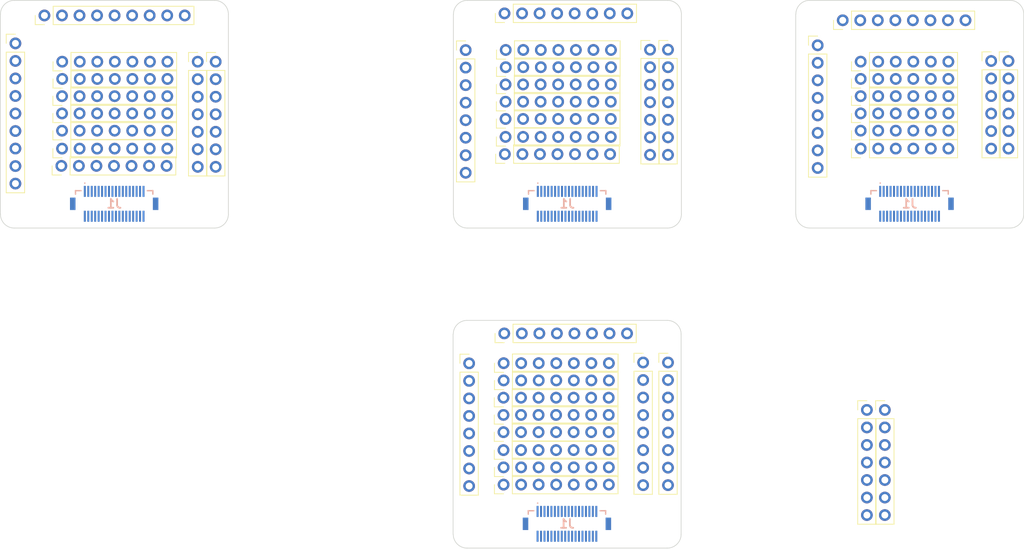
<source format=kicad_pcb>
(kicad_pcb (version 20211014) (generator pcbnew)
  (layers (0 "F.Cu" signal) (31 "B.Cu" signal) (34 "B.Paste" user) (35 "F.Paste" user) (36 "B.SilkS" user "B.Silkscreen") (37 "F.SilkS" user "F.Silkscreen") (38 "B.Mask" user) (39 "F.Mask" user) (44 "Edge.Cuts" user))
  (net 0 "")
  (net 2 "GND")
  (net 4 "+3V3")
  (net 6 "SCL")
  (net 7 "SDA")
  (net 8 "MISO")
  (net 9 "MOSI")
  (net 11 "SCK")
  (net 13 "TXD")
  (net 14 "ADC1.5T")
  (net 15 "RXD")
  (net 16 "ADC1.4T")
  (net 17 "ADC1.7")
  (net 18 "RESET")
  (net 19 "ADC1.1")
  (net 20 "PB")
  (net 21 "ADC1.6")
  (net 23 "ADC1.3")
  (net 24 "ADC1.2")
  (net 27 "+5V")
  (footprint "Connector_PinHeader_2.54mm:PinHeader_1x06_P2.54mm_Vertical" (layer "F.Cu") (at 251.1 47.995786 90)
    (fp_text reference "REF**" hide)
    (fp_text value "PinHeader_1x06_P2.54mm_Vertical" hide)
    (pad "1" thru_hole circle (at 0 0 90) (size 1.7 1.7) (drill 1) (layers *.Cu *.Mask))
    (pad "2" thru_hole oval (at 0 2.54 90) (size 1.7 1.7) (drill 1) (layers *.Cu *.Mask))
    (pad "3" thru_hole oval (at 0 5.08 90) (size 1.7 1.7) (drill 1) (layers *.Cu *.Mask))
    (pad "4" thru_hole oval (at 0 7.62 90) (size 1.7 1.7) (drill 1) (layers *.Cu *.Mask))
    (pad "5" thru_hole oval (at 0 10.16 90) (size 1.7 1.7) (drill 1) (layers *.Cu *.Mask))
    (pad "6" thru_hole oval (at 0 12.7 90) (size 1.7 1.7) (drill 1) (layers *.Cu *.Mask))
  )
  (footprint "" (layer "F.Cu") (at 243.7 60.1)
    (fp_text reference "" (at 0 0) (layer "F.SilkS") (effects (font (size 1.27 1.27))))
    (fp_text value "" (at 0 0) (layer "F.SilkS") (effects (font (size 1.27 1.27))))
    (pad "" np_thru_hole circle locked (at 0 0) (size 2.2 2.2) (drill 2.2) (layers *.Cu *.Mask))
  )
  (footprint "Connector_PinHeader_2.54mm:PinHeader_1x07_P2.54mm_Vertical" (layer "F.Cu") (at 157.7 38)
    (fp_text reference "REF**" hide)
    (fp_text value "PinHeader_1x07_P2.54mm_Vertical" hide)
    (pad "1" thru_hole circle (at 0 0) (size 1.7 1.7) (drill 1) (layers *.Cu *.Mask))
    (pad "2" thru_hole oval (at 0 2.54) (size 1.7 1.7) (drill 1) (layers *.Cu *.Mask))
    (pad "3" thru_hole oval (at 0 5.08) (size 1.7 1.7) (drill 1) (layers *.Cu *.Mask))
    (pad "4" thru_hole oval (at 0 7.62) (size 1.7 1.7) (drill 1) (layers *.Cu *.Mask))
    (pad "5" thru_hole oval (at 0 10.16) (size 1.7 1.7) (drill 1) (layers *.Cu *.Mask))
    (pad "6" thru_hole oval (at 0 12.7) (size 1.7 1.7) (drill 1) (layers *.Cu *.Mask))
    (pad "7" thru_hole oval (at 0 15.24) (size 1.7 1.7) (drill 1) (layers *.Cu *.Mask))
  )
  (footprint "Connector_PinHeader_2.54mm:PinHeader_1x07_P2.54mm_Vertical" (layer "F.Cu") (at 199.675 48.9 90)
    (fp_text reference "REF**" hide)
    (fp_text value "PinHeader_1x07_P2.54mm_Vertical" hide)
    (pad "1" thru_hole circle (at 0 0 90) (size 1.7 1.7) (drill 1) (layers *.Cu *.Mask))
    (pad "2" thru_hole oval (at 0 2.54 90) (size 1.7 1.7) (drill 1) (layers *.Cu *.Mask))
    (pad "3" thru_hole oval (at 0 5.08 90) (size 1.7 1.7) (drill 1) (layers *.Cu *.Mask))
    (pad "4" thru_hole oval (at 0 7.62 90) (size 1.7 1.7) (drill 1) (layers *.Cu *.Mask))
    (pad "5" thru_hole oval (at 0 10.16 90) (size 1.7 1.7) (drill 1) (layers *.Cu *.Mask))
    (pad "6" thru_hole oval (at 0 12.7 90) (size 1.7 1.7) (drill 1) (layers *.Cu *.Mask))
    (pad "7" thru_hole oval (at 0 15.24 90) (size 1.7 1.7) (drill 1) (layers *.Cu *.Mask))
  )
  (footprint "Connector_PinHeader_2.54mm:PinHeader_1x07_P2.54mm_Vertical" (layer "F.Cu") (at 254.6 88.475)
    (fp_text reference "REF**" hide)
    (fp_text value "PinHeader_1x07_P2.54mm_Vertical" hide)
    (pad "1" thru_hole circle (at 0 0) (size 1.7 1.7) (drill 1) (layers *.Cu *.Mask))
    (pad "2" thru_hole oval (at 0 2.54) (size 1.7 1.7) (drill 1) (layers *.Cu *.Mask))
    (pad "3" thru_hole oval (at 0 5.08) (size 1.7 1.7) (drill 1) (layers *.Cu *.Mask))
    (pad "4" thru_hole oval (at 0 7.62) (size 1.7 1.7) (drill 1) (layers *.Cu *.Mask))
    (pad "5" thru_hole oval (at 0 10.16) (size 1.7 1.7) (drill 1) (layers *.Cu *.Mask))
    (pad "6" thru_hole oval (at 0 12.7) (size 1.7 1.7) (drill 1) (layers *.Cu *.Mask))
    (pad "7" thru_hole oval (at 0 15.24) (size 1.7 1.7) (drill 1) (layers *.Cu *.Mask))
  )
  (footprint "Connector_PinHeader_2.54mm:PinHeader_1x08_P2.54mm_Vertical" (layer "F.Cu") (at 248.5 32 90)
    (fp_text reference "7" hide)
    (fp_text value "PinHeader_1x08_P2.54mm_Vertical" hide)
    (pad "1" thru_hole circle (at 0 0 90) (size 1.7 1.7) (drill 1) (layers *.Cu *.Mask))
    (pad "2" thru_hole oval (at 0 2.54 90) (size 1.7 1.7) (drill 1) (layers *.Cu *.Mask))
    (pad "3" thru_hole oval (at 0 5.08 90) (size 1.7 1.7) (drill 1) (layers *.Cu *.Mask))
    (pad "4" thru_hole oval (at 0 7.62 90) (size 1.7 1.7) (drill 1) (layers *.Cu *.Mask))
    (pad "5" thru_hole oval (at 0 10.16 90) (size 1.7 1.7) (drill 1) (layers *.Cu *.Mask))
    (pad "6" thru_hole oval (at 0 12.7 90) (size 1.7 1.7) (drill 1) (layers *.Cu *.Mask))
    (pad "7" thru_hole oval (at 0 15.24 90) (size 1.7 1.7) (drill 1) (layers *.Cu *.Mask))
    (pad "8" thru_hole oval (at 0 17.78 90) (size 1.7 1.7) (drill 1) (layers *.Cu *.Mask))
  )
  (footprint "Connector_PinHeader_2.54mm:PinHeader_1x07_P2.54mm_Vertical" (layer "F.Cu") (at 199.4 84.2 90)
    (fp_text reference "REF**" hide)
    (fp_text value "PinHeader_1x07_P2.54mm_Vertical" hide)
    (pad "1" thru_hole circle (at 0 0 90) (size 1.7 1.7) (drill 1) (layers *.Cu *.Mask))
    (pad "2" thru_hole oval (at 0 2.54 90) (size 1.7 1.7) (drill 1) (layers *.Cu *.Mask))
    (pad "3" thru_hole oval (at 0 5.08 90) (size 1.7 1.7) (drill 1) (layers *.Cu *.Mask))
    (pad "4" thru_hole oval (at 0 7.62 90) (size 1.7 1.7) (drill 1) (layers *.Cu *.Mask))
    (pad "5" thru_hole oval (at 0 10.16 90) (size 1.7 1.7) (drill 1) (layers *.Cu *.Mask))
    (pad "6" thru_hole oval (at 0 12.7 90) (size 1.7 1.7) (drill 1) (layers *.Cu *.Mask))
    (pad "7" thru_hole oval (at 0 15.24 90) (size 1.7 1.7) (drill 1) (layers *.Cu *.Mask))
  )
  (footprint "Connector_PinHeader_2.54mm:PinHeader_1x08_P2.54mm_Vertical" (layer "F.Cu") (at 194.4 81.725)
    (fp_text reference "7" hide)
    (fp_text value "PinHeader_1x08_P2.54mm_Vertical" hide)
    (pad "1" thru_hole circle (at 0 0) (size 1.7 1.7) (drill 1) (layers *.Cu *.Mask))
    (pad "2" thru_hole oval (at 0 2.54) (size 1.7 1.7) (drill 1) (layers *.Cu *.Mask))
    (pad "3" thru_hole oval (at 0 5.08) (size 1.7 1.7) (drill 1) (layers *.Cu *.Mask))
    (pad "4" thru_hole oval (at 0 7.62) (size 1.7 1.7) (drill 1) (layers *.Cu *.Mask))
    (pad "5" thru_hole oval (at 0 10.16) (size 1.7 1.7) (drill 1) (layers *.Cu *.Mask))
    (pad "6" thru_hole oval (at 0 12.7) (size 1.7 1.7) (drill 1) (layers *.Cu *.Mask))
    (pad "7" thru_hole oval (at 0 15.24) (size 1.7 1.7) (drill 1) (layers *.Cu *.Mask))
    (pad "8" thru_hole oval (at 0 17.78) (size 1.7 1.7) (drill 1) (layers *.Cu *.Mask))
  )
  (footprint "Connector_PinHeader_2.54mm:PinHeader_1x07_P2.54mm_Vertical" (layer "F.Cu") (at 199.675 41.3 90)
    (fp_text reference "REF**" hide)
    (fp_text value "PinHeader_1x07_P2.54mm_Vertical" hide)
    (pad "1" thru_hole circle (at 0 0 90) (size 1.7 1.7) (drill 1) (layers *.Cu *.Mask))
    (pad "2" thru_hole oval (at 0 2.54 90) (size 1.7 1.7) (drill 1) (layers *.Cu *.Mask))
    (pad "3" thru_hole oval (at 0 5.08 90) (size 1.7 1.7) (drill 1) (layers *.Cu *.Mask))
    (pad "4" thru_hole oval (at 0 7.62 90) (size 1.7 1.7) (drill 1) (layers *.Cu *.Mask))
    (pad "5" thru_hole oval (at 0 10.16 90) (size 1.7 1.7) (drill 1) (layers *.Cu *.Mask))
    (pad "6" thru_hole oval (at 0 12.7 90) (size 1.7 1.7) (drill 1) (layers *.Cu *.Mask))
    (pad "7" thru_hole oval (at 0 15.24 90) (size 1.7 1.7) (drill 1) (layers *.Cu *.Mask))
  )
  (footprint "Connector_PinHeader_2.54mm:PinHeader_1x07_P2.54mm_Vertical" (layer "F.Cu") (at 135.45 43 90)
    (fp_text reference "REF**" hide)
    (fp_text value "PinHeader_1x07_P2.54mm_Vertical" hide)
    (pad "1" thru_hole circle (at 0 0 90) (size 1.7 1.7) (drill 1) (layers *.Cu *.Mask))
    (pad "2" thru_hole oval (at 0 2.54 90) (size 1.7 1.7) (drill 1) (layers *.Cu *.Mask))
    (pad "3" thru_hole oval (at 0 5.08 90) (size 1.7 1.7) (drill 1) (layers *.Cu *.Mask))
    (pad "4" thru_hole oval (at 0 7.62 90) (size 1.7 1.7) (drill 1) (layers *.Cu *.Mask))
    (pad "5" thru_hole oval (at 0 10.16 90) (size 1.7 1.7) (drill 1) (layers *.Cu *.Mask))
    (pad "6" thru_hole oval (at 0 12.7 90) (size 1.7 1.7) (drill 1) (layers *.Cu *.Mask))
    (pad "7" thru_hole oval (at 0 15.24 90) (size 1.7 1.7) (drill 1) (layers *.Cu *.Mask))
  )
  (footprint "" (layer "F.Cu") (at 128.52 31.104214)
    (fp_text reference "" (at 0 0) (layer "F.SilkS") (effects (font (size 1.27 1.27))))
    (fp_text value "" (at 0 0) (layer "F.SilkS") (effects (font (size 1.27 1.27))))
    (pad "" np_thru_hole circle locked (at 0 0) (size 2.2 2.2) (drill 2.2) (layers *.Cu *.Mask))
  )
  (footprint "Connector_PinHeader_2.54mm:PinHeader_1x08_P2.54mm_Vertical" (layer "F.Cu") (at 223.2 81.6)
    (fp_text reference "7" hide)
    (fp_text value "PinHeader_1x08_P2.54mm_Vertical" hide)
    (pad "1" thru_hole circle (at 0 0) (size 1.7 1.7) (drill 1) (layers *.Cu *.Mask))
    (pad "2" thru_hole oval (at 0 2.54) (size 1.7 1.7) (drill 1) (layers *.Cu *.Mask))
    (pad "3" thru_hole oval (at 0 5.08) (size 1.7 1.7) (drill 1) (layers *.Cu *.Mask))
    (pad "4" thru_hole oval (at 0 7.62) (size 1.7 1.7) (drill 1) (layers *.Cu *.Mask))
    (pad "5" thru_hole oval (at 0 10.16) (size 1.7 1.7) (drill 1) (layers *.Cu *.Mask))
    (pad "6" thru_hole oval (at 0 12.7) (size 1.7 1.7) (drill 1) (layers *.Cu *.Mask))
    (pad "7" thru_hole oval (at 0 15.24) (size 1.7 1.7) (drill 1) (layers *.Cu *.Mask))
    (pad "8" thru_hole oval (at 0 17.78) (size 1.7 1.7) (drill 1) (layers *.Cu *.Mask))
  )
  (footprint "Connector_PinHeader_2.54mm:PinHeader_1x07_P2.54mm_Vertical" (layer "F.Cu") (at 220.6 36.26)
    (fp_text reference "REF**" hide)
    (fp_text value "PinHeader_1x07_P2.54mm_Vertical" hide)
    (pad "1" thru_hole circle (at 0 0) (size 1.7 1.7) (drill 1) (layers *.Cu *.Mask))
    (pad "2" thru_hole oval (at 0 2.54) (size 1.7 1.7) (drill 1) (layers *.Cu *.Mask))
    (pad "3" thru_hole oval (at 0 5.08) (size 1.7 1.7) (drill 1) (layers *.Cu *.Mask))
    (pad "4" thru_hole oval (at 0 7.62) (size 1.7 1.7) (drill 1) (layers *.Cu *.Mask))
    (pad "5" thru_hole oval (at 0 10.16) (size 1.7 1.7) (drill 1) (layers *.Cu *.Mask))
    (pad "6" thru_hole oval (at 0 12.7) (size 1.7 1.7) (drill 1) (layers *.Cu *.Mask))
    (pad "7" thru_hole oval (at 0 15.24) (size 1.7 1.7) (drill 1) (layers *.Cu *.Mask))
  )
  (footprint "" (layer "F.Cu") (at 272.7 60.1)
    (fp_text reference "" (at 0 0) (layer "F.SilkS") (effects (font (size 1.27 1.27))))
    (fp_text value "" (at 0 0) (layer "F.SilkS") (effects (font (size 1.27 1.27))))
    (pad "" np_thru_hole circle locked (at 0 0) (size 2.2 2.2) (drill 2.2) (layers *.Cu *.Mask))
  )
  (footprint "" (layer "F.Cu") (at 157.52 31.104214)
    (fp_text reference "" (at 0 0) (layer "F.SilkS") (effects (font (size 1.27 1.27))))
    (fp_text value "" (at 0 0) (layer "F.SilkS") (effects (font (size 1.27 1.27))))
    (pad "" np_thru_hole circle locked (at 0 0) (size 2.2 2.2) (drill 2.2) (layers *.Cu *.Mask))
  )
  (footprint "Connector_PinHeader_2.54mm:PinHeader_1x07_P2.54mm_Vertical" (layer "F.Cu") (at 199.675 43.8 90)
    (fp_text reference "REF**" hide)
    (fp_text value "PinHeader_1x07_P2.54mm_Vertical" hide)
    (pad "1" thru_hole circle (at 0 0 90) (size 1.7 1.7) (drill 1) (layers *.Cu *.Mask))
    (pad "2" thru_hole oval (at 0 2.54 90) (size 1.7 1.7) (drill 1) (layers *.Cu *.Mask))
    (pad "3" thru_hole oval (at 0 5.08 90) (size 1.7 1.7) (drill 1) (layers *.Cu *.Mask))
    (pad "4" thru_hole oval (at 0 7.62 90) (size 1.7 1.7) (drill 1) (layers *.Cu *.Mask))
    (pad "5" thru_hole oval (at 0 10.16 90) (size 1.7 1.7) (drill 1) (layers *.Cu *.Mask))
    (pad "6" thru_hole oval (at 0 12.7 90) (size 1.7 1.7) (drill 1) (layers *.Cu *.Mask))
    (pad "7" thru_hole oval (at 0 15.24 90) (size 1.7 1.7) (drill 1) (layers *.Cu *.Mask))
  )
  (footprint "Connector_PinHeader_2.54mm:PinHeader_1x07_P2.54mm_Vertical" (layer "F.Cu") (at 252 88.475)
    (fp_text reference "REF**" hide)
    (fp_text value "PinHeader_1x07_P2.54mm_Vertical" hide)
    (pad "1" thru_hole circle (at 0 0) (size 1.7 1.7) (drill 1) (layers *.Cu *.Mask))
    (pad "2" thru_hole oval (at 0 2.54) (size 1.7 1.7) (drill 1) (layers *.Cu *.Mask))
    (pad "3" thru_hole oval (at 0 5.08) (size 1.7 1.7) (drill 1) (layers *.Cu *.Mask))
    (pad "4" thru_hole oval (at 0 7.62) (size 1.7 1.7) (drill 1) (layers *.Cu *.Mask))
    (pad "5" thru_hole oval (at 0 10.16) (size 1.7 1.7) (drill 1) (layers *.Cu *.Mask))
    (pad "6" thru_hole oval (at 0 12.7) (size 1.7 1.7) (drill 1) (layers *.Cu *.Mask))
    (pad "7" thru_hole oval (at 0 15.24) (size 1.7 1.7) (drill 1) (layers *.Cu *.Mask))
  )
  (footprint "Connector_PinHeader_2.54mm:PinHeader_1x08_P2.54mm_Vertical" (layer "F.Cu") (at 219.6 81.6)
    (fp_text reference "7" hide)
    (fp_text value "PinHeader_1x08_P2.54mm_Vertical" hide)
    (pad "1" thru_hole circle (at 0 0) (size 1.7 1.7) (drill 1) (layers *.Cu *.Mask))
    (pad "2" thru_hole oval (at 0 2.54) (size 1.7 1.7) (drill 1) (layers *.Cu *.Mask))
    (pad "3" thru_hole oval (at 0 5.08) (size 1.7 1.7) (drill 1) (layers *.Cu *.Mask))
    (pad "4" thru_hole oval (at 0 7.62) (size 1.7 1.7) (drill 1) (layers *.Cu *.Mask))
    (pad "5" thru_hole oval (at 0 10.16) (size 1.7 1.7) (drill 1) (layers *.Cu *.Mask))
    (pad "6" thru_hole oval (at 0 12.7) (size 1.7 1.7) (drill 1) (layers *.Cu *.Mask))
    (pad "7" thru_hole oval (at 0 15.24) (size 1.7 1.7) (drill 1) (layers *.Cu *.Mask))
    (pad "8" thru_hole oval (at 0 17.78) (size 1.7 1.7) (drill 1) (layers *.Cu *.Mask))
  )
  (footprint "" (layer "F.Cu") (at 272.7 31.1)
    (fp_text reference "" (at 0 0) (layer "F.SilkS") (effects (font (size 1.27 1.27))))
    (fp_text value "" (at 0 0) (layer "F.SilkS") (effects (font (size 1.27 1.27))))
    (pad "" np_thru_hole circle locked (at 0 0) (size 2.2 2.2) (drill 2.2) (layers *.Cu *.Mask))
  )
  (footprint "" (layer "F.Cu") (at 194.084214 106.49)
    (fp_text reference "" (at 0 0) (layer "F.SilkS") (effects (font (size 1.27 1.27))))
    (fp_text value "" (at 0 0) (layer "F.SilkS") (effects (font (size 1.27 1.27))))
    (pad "" np_thru_hole circle locked (at 0 0) (size 2.2 2.2) (drill 2.2) (layers *.Cu *.Mask))
  )
  (footprint "" (layer "F.Cu") (at 223.084214 77.49)
    (fp_text reference "" (at 0 0) (layer "F.SilkS") (effects (font (size 1.27 1.27))))
    (fp_text value "" (at 0 0) (layer "F.SilkS") (effects (font (size 1.27 1.27))))
    (pad "" np_thru_hole circle locked (at 0 0) (size 2.2 2.2) (drill 2.2) (layers *.Cu *.Mask))
  )
  (footprint "" (layer "F.Cu") (at 223.12 31.104214)
    (fp_text reference "" (at 0 0) (layer "F.SilkS") (effects (font (size 1.27 1.27))))
    (fp_text value "" (at 0 0) (layer "F.SilkS") (effects (font (size 1.27 1.27))))
    (pad "" np_thru_hole circle locked (at 0 0) (size 2.2 2.2) (drill 2.2) (layers *.Cu *.Mask))
  )
  (footprint "" (layer "F.Cu") (at 194.12 31.104214)
    (fp_text reference "" (at 0 0) (layer "F.SilkS") (effects (font (size 1.27 1.27))))
    (fp_text value "" (at 0 0) (layer "F.SilkS") (effects (font (size 1.27 1.27))))
    (pad "" np_thru_hole circle locked (at 0 0) (size 2.2 2.2) (drill 2.2) (layers *.Cu *.Mask))
  )
  (footprint "Connector_PinHeader_2.54mm:PinHeader_1x07_P2.54mm_Vertical" (layer "F.Cu") (at 135.475 40.5 90)
    (fp_text reference "REF**" hide)
    (fp_text value "PinHeader_1x07_P2.54mm_Vertical" hide)
    (pad "1" thru_hole circle (at 0 0 90) (size 1.7 1.7) (drill 1) (layers *.Cu *.Mask))
    (pad "2" thru_hole oval (at 0 2.54 90) (size 1.7 1.7) (drill 1) (layers *.Cu *.Mask))
    (pad "3" thru_hole oval (at 0 5.08 90) (size 1.7 1.7) (drill 1) (layers *.Cu *.Mask))
    (pad "4" thru_hole oval (at 0 7.62 90) (size 1.7 1.7) (drill 1) (layers *.Cu *.Mask))
    (pad "5" thru_hole oval (at 0 10.16 90) (size 1.7 1.7) (drill 1) (layers *.Cu *.Mask))
    (pad "6" thru_hole oval (at 0 12.7 90) (size 1.7 1.7) (drill 1) (layers *.Cu *.Mask))
    (pad "7" thru_hole oval (at 0 15.24 90) (size 1.7 1.7) (drill 1) (layers *.Cu *.Mask))
  )
  (footprint "" (layer "F.Cu") (at 223.12 60.104214)
    (fp_text reference "" (at 0 0) (layer "F.SilkS") (effects (font (size 1.27 1.27))))
    (fp_text value "" (at 0 0) (layer "F.SilkS") (effects (font (size 1.27 1.27))))
    (pad "" np_thru_hole circle locked (at 0 0) (size 2.2 2.2) (drill 2.2) (layers *.Cu *.Mask))
  )
  (footprint "Connector_PinHeader_2.54mm:PinHeader_1x07_P2.54mm_Vertical" (layer "F.Cu") (at 199.375 86.7 90)
    (fp_text reference "REF**" hide)
    (fp_text value "PinHeader_1x07_P2.54mm_Vertical" hide)
    (pad "1" thru_hole circle (at 0 0 90) (size 1.7 1.7) (drill 1) (layers *.Cu *.Mask))
    (pad "2" thru_hole oval (at 0 2.54 90) (size 1.7 1.7) (drill 1) (layers *.Cu *.Mask))
    (pad "3" thru_hole oval (at 0 5.08 90) (size 1.7 1.7) (drill 1) (layers *.Cu *.Mask))
    (pad "4" thru_hole oval (at 0 7.62 90) (size 1.7 1.7) (drill 1) (layers *.Cu *.Mask))
    (pad "5" thru_hole oval (at 0 10.16 90) (size 1.7 1.7) (drill 1) (layers *.Cu *.Mask))
    (pad "6" thru_hole oval (at 0 12.7 90) (size 1.7 1.7) (drill 1) (layers *.Cu *.Mask))
    (pad "7" thru_hole oval (at 0 15.24 90) (size 1.7 1.7) (drill 1) (layers *.Cu *.Mask))
  )
  (footprint "Connector_PinHeader_2.54mm:PinHeader_1x06_P2.54mm_Vertical" (layer "F.Cu") (at 251.1 37.995786 90)
    (fp_text reference "REF**" hide)
    (fp_text value "PinHeader_1x06_P2.54mm_Vertical" hide)
    (pad "1" thru_hole circle (at 0 0 90) (size 1.7 1.7) (drill 1) (layers *.Cu *.Mask))
    (pad "2" thru_hole oval (at 0 2.54 90) (size 1.7 1.7) (drill 1) (layers *.Cu *.Mask))
    (pad "3" thru_hole oval (at 0 5.08 90) (size 1.7 1.7) (drill 1) (layers *.Cu *.Mask))
    (pad "4" thru_hole oval (at 0 7.62 90) (size 1.7 1.7) (drill 1) (layers *.Cu *.Mask))
    (pad "5" thru_hole oval (at 0 10.16 90) (size 1.7 1.7) (drill 1) (layers *.Cu *.Mask))
    (pad "6" thru_hole oval (at 0 12.7 90) (size 1.7 1.7) (drill 1) (layers *.Cu *.Mask))
  )
  (footprint "" (layer "F.Cu") (at 223.084214 106.49)
    (fp_text reference "" (at 0 0) (layer "F.SilkS") (effects (font (size 1.27 1.27))))
    (fp_text value "" (at 0 0) (layer "F.SilkS") (effects (font (size 1.27 1.27))))
    (pad "" np_thru_hole circle locked (at 0 0) (size 2.2 2.2) (drill 2.2) (layers *.Cu *.Mask))
  )
  (footprint "" (layer "F.Cu") (at 128.52 60.104214)
    (fp_text reference "" (at 0 0) (layer "F.SilkS") (effects (font (size 1.27 1.27))))
    (fp_text value "" (at 0 0) (layer "F.SilkS") (effects (font (size 1.27 1.27))))
    (pad "" np_thru_hole circle locked (at 0 0) (size 2.2 2.2) (drill 2.2) (layers *.Cu *.Mask))
  )
  (footprint "Connector_PinHeader_2.54mm:PinHeader_1x08_P2.54mm_Vertical" (layer "F.Cu") (at 244.875 35.625)
    (fp_text reference "7" hide)
    (fp_text value "PinHeader_1x08_P2.54mm_Vertical" hide)
    (pad "1" thru_hole circle (at 0 0) (size 1.7 1.7) (drill 1) (layers *.Cu *.Mask))
    (pad "2" thru_hole oval (at 0 2.54) (size 1.7 1.7) (drill 1) (layers *.Cu *.Mask))
    (pad "3" thru_hole oval (at 0 5.08) (size 1.7 1.7) (drill 1) (layers *.Cu *.Mask))
    (pad "4" thru_hole oval (at 0 7.62) (size 1.7 1.7) (drill 1) (layers *.Cu *.Mask))
    (pad "5" thru_hole oval (at 0 10.16) (size 1.7 1.7) (drill 1) (layers *.Cu *.Mask))
    (pad "6" thru_hole oval (at 0 12.7) (size 1.7 1.7) (drill 1) (layers *.Cu *.Mask))
    (pad "7" thru_hole oval (at 0 15.24) (size 1.7 1.7) (drill 1) (layers *.Cu *.Mask))
    (pad "8" thru_hole oval (at 0 17.78) (size 1.7 1.7) (drill 1) (layers *.Cu *.Mask))
  )
  (footprint "Connector_PinHeader_2.54mm:PinHeader_1x08_P2.54mm_Vertical" (layer "F.Cu") (at 193.9 36.32)
    (fp_text reference "7" hide)
    (fp_text value "PinHeader_1x08_P2.54mm_Vertical" hide)
    (pad "1" thru_hole circle (at 0 0) (size 1.7 1.7) (drill 1) (layers *.Cu *.Mask))
    (pad "2" thru_hole oval (at 0 2.54) (size 1.7 1.7) (drill 1) (layers *.Cu *.Mask))
    (pad "3" thru_hole oval (at 0 5.08) (size 1.7 1.7) (drill 1) (layers *.Cu *.Mask))
    (pad "4" thru_hole oval (at 0 7.62) (size 1.7 1.7) (drill 1) (layers *.Cu *.Mask))
    (pad "5" thru_hole oval (at 0 10.16) (size 1.7 1.7) (drill 1) (layers *.Cu *.Mask))
    (pad "6" thru_hole oval (at 0 12.7) (size 1.7 1.7) (drill 1) (layers *.Cu *.Mask))
    (pad "7" thru_hole oval (at 0 15.24) (size 1.7 1.7) (drill 1) (layers *.Cu *.Mask))
    (pad "8" thru_hole oval (at 0 17.78) (size 1.7 1.7) (drill 1) (layers *.Cu *.Mask))
  )
  (footprint "" (layer "F.Cu") (at 194.084214 77.49)
    (fp_text reference "" (at 0 0) (layer "F.SilkS") (effects (font (size 1.27 1.27))))
    (fp_text value "" (at 0 0) (layer "F.SilkS") (effects (font (size 1.27 1.27))))
    (pad "" np_thru_hole circle locked (at 0 0) (size 2.2 2.2) (drill 2.2) (layers *.Cu *.Mask))
  )
  (footprint "Connector_PinHeader_2.54mm:PinHeader_1x07_P2.54mm_Vertical" (layer "F.Cu") (at 199.675 46.3 90)
    (fp_text reference "REF**" hide)
    (fp_text value "PinHeader_1x07_P2.54mm_Vertical" hide)
    (pad "1" thru_hole circle (at 0 0 90) (size 1.7 1.7) (drill 1) (layers *.Cu *.Mask))
    (pad "2" thru_hole oval (at 0 2.54 90) (size 1.7 1.7) (drill 1) (layers *.Cu *.Mask))
    (pad "3" thru_hole oval (at 0 5.08 90) (size 1.7 1.7) (drill 1) (layers *.Cu *.Mask))
    (pad "4" thru_hole oval (at 0 7.62 90) (size 1.7 1.7) (drill 1) (layers *.Cu *.Mask))
    (pad "5" thru_hole oval (at 0 10.16 90) (size 1.7 1.7) (drill 1) (layers *.Cu *.Mask))
    (pad "6" thru_hole oval (at 0 12.7 90) (size 1.7 1.7) (drill 1) (layers *.Cu *.Mask))
    (pad "7" thru_hole oval (at 0 15.24 90) (size 1.7 1.7) (drill 1) (layers *.Cu *.Mask))
  )
  (footprint "Connector_PinHeader_2.54mm:PinHeader_1x07_P2.54mm_Vertical" (layer "F.Cu") (at 199.4 81.7 90)
    (fp_text reference "REF**" hide)
    (fp_text value "PinHeader_1x07_P2.54mm_Vertical" hide)
    (pad "1" thru_hole circle (at 0 0 90) (size 1.7 1.7) (drill 1) (layers *.Cu *.Mask))
    (pad "2" thru_hole oval (at 0 2.54 90) (size 1.7 1.7) (drill 1) (layers *.Cu *.Mask))
    (pad "3" thru_hole oval (at 0 5.08 90) (size 1.7 1.7) (drill 1) (layers *.Cu *.Mask))
    (pad "4" thru_hole oval (at 0 7.62 90) (size 1.7 1.7) (drill 1) (layers *.Cu *.Mask))
    (pad "5" thru_hole oval (at 0 10.16 90) (size 1.7 1.7) (drill 1) (layers *.Cu *.Mask))
    (pad "6" thru_hole oval (at 0 12.7 90) (size 1.7 1.7) (drill 1) (layers *.Cu *.Mask))
    (pad "7" thru_hole oval (at 0 15.24 90) (size 1.7 1.7) (drill 1) (layers *.Cu *.Mask))
  )
  (footprint "" (layer "F.Cu") (at 243.7 31.1)
    (fp_text reference "" (at 0 0) (layer "F.SilkS") (effects (font (size 1.27 1.27))))
    (fp_text value "" (at 0 0) (layer "F.SilkS") (effects (font (size 1.27 1.27))))
    (pad "" np_thru_hole circle locked (at 0 0) (size 2.2 2.2) (drill 2.2) (layers *.Cu *.Mask))
  )
  (footprint "Connector_PinHeader_2.54mm:PinHeader_1x07_P2.54mm_Vertical" (layer "F.Cu") (at 135.35 53.1 90)
    (fp_text reference "REF**" hide)
    (fp_text value "PinHeader_1x07_P2.54mm_Vertical" hide)
    (pad "1" thru_hole circle (at 0 0 90) (size 1.7 1.7) (drill 1) (layers *.Cu *.Mask))
    (pad "2" thru_hole oval (at 0 2.54 90) (size 1.7 1.7) (drill 1) (layers *.Cu *.Mask))
    (pad "3" thru_hole oval (at 0 5.08 90) (size 1.7 1.7) (drill 1) (layers *.Cu *.Mask))
    (pad "4" thru_hole oval (at 0 7.62 90) (size 1.7 1.7) (drill 1) (layers *.Cu *.Mask))
    (pad "5" thru_hole oval (at 0 10.16 90) (size 1.7 1.7) (drill 1) (layers *.Cu *.Mask))
    (pad "6" thru_hole oval (at 0 12.7 90) (size 1.7 1.7) (drill 1) (layers *.Cu *.Mask))
    (pad "7" thru_hole oval (at 0 15.24 90) (size 1.7 1.7) (drill 1) (layers *.Cu *.Mask))
  )
  (footprint "Connector_PinHeader_2.54mm:PinHeader_1x06_P2.54mm_Vertical" (layer "F.Cu") (at 251.1 40.495786 90)
    (fp_text reference "REF**" hide)
    (fp_text value "PinHeader_1x06_P2.54mm_Vertical" hide)
    (pad "1" thru_hole circle (at 0 0 90) (size 1.7 1.7) (drill 1) (layers *.Cu *.Mask))
    (pad "2" thru_hole oval (at 0 2.54 90) (size 1.7 1.7) (drill 1) (layers *.Cu *.Mask))
    (pad "3" thru_hole oval (at 0 5.08 90) (size 1.7 1.7) (drill 1) (layers *.Cu *.Mask))
    (pad "4" thru_hole oval (at 0 7.62 90) (size 1.7 1.7) (drill 1) (layers *.Cu *.Mask))
    (pad "5" thru_hole oval (at 0 10.16 90) (size 1.7 1.7) (drill 1) (layers *.Cu *.Mask))
    (pad "6" thru_hole oval (at 0 12.7 90) (size 1.7 1.7) (drill 1) (layers *.Cu *.Mask))
  )
  (footprint "" (layer "F.Cu") (at 157.52 60.104214)
    (fp_text reference "" (at 0 0) (layer "F.SilkS") (effects (font (size 1.27 1.27))))
    (fp_text value "" (at 0 0) (layer "F.SilkS") (effects (font (size 1.27 1.27))))
    (pad "" np_thru_hole circle locked (at 0 0) (size 2.2 2.2) (drill 2.2) (layers *.Cu *.Mask))
  )
  (footprint "Connector_PinHeader_2.54mm:PinHeader_1x07_P2.54mm_Vertical" (layer "F.Cu") (at 199.7 36.3 90)
    (fp_text reference "REF**" hide)
    (fp_text value "PinHeader_1x07_P2.54mm_Vertical" hide)
    (pad "1" thru_hole circle (at 0 0 90) (size 1.7 1.7) (drill 1) (layers *.Cu *.Mask))
    (pad "2" thru_hole oval (at 0 2.54 90) (size 1.7 1.7) (drill 1) (layers *.Cu *.Mask))
    (pad "3" thru_hole oval (at 0 5.08 90) (size 1.7 1.7) (drill 1) (layers *.Cu *.Mask))
    (pad "4" thru_hole oval (at 0 7.62 90) (size 1.7 1.7) (drill 1) (layers *.Cu *.Mask))
    (pad "5" thru_hole oval (at 0 10.16 90) (size 1.7 1.7) (drill 1) (layers *.Cu *.Mask))
    (pad "6" thru_hole oval (at 0 12.7 90) (size 1.7 1.7) (drill 1) (layers *.Cu *.Mask))
    (pad "7" thru_hole oval (at 0 15.24 90) (size 1.7 1.7) (drill 1) (layers *.Cu *.Mask))
  )
  (footprint "Connector_PinHeader_2.54mm:PinHeader_1x06_P2.54mm_Vertical" (layer "F.Cu") (at 251.1 42.995786 90)
    (fp_text reference "REF**" hide)
    (fp_text value "PinHeader_1x06_P2.54mm_Vertical" hide)
    (pad "1" thru_hole circle (at 0 0 90) (size 1.7 1.7) (drill 1) (layers *.Cu *.Mask))
    (pad "2" thru_hole oval (at 0 2.54 90) (size 1.7 1.7) (drill 1) (layers *.Cu *.Mask))
    (pad "3" thru_hole oval (at 0 5.08 90) (size 1.7 1.7) (drill 1) (layers *.Cu *.Mask))
    (pad "4" thru_hole oval (at 0 7.62 90) (size 1.7 1.7) (drill 1) (layers *.Cu *.Mask))
    (pad "5" thru_hole oval (at 0 10.16 90) (size 1.7 1.7) (drill 1) (layers *.Cu *.Mask))
    (pad "6" thru_hole oval (at 0 12.7 90) (size 1.7 1.7) (drill 1) (layers *.Cu *.Mask))
  )
  (footprint "Connector_PinHeader_2.54mm:PinHeader_1x07_P2.54mm_Vertical" (layer "F.Cu") (at 155.1 38)
    (fp_text reference "REF**" hide)
    (fp_text value "PinHeader_1x07_P2.54mm_Vertical" hide)
    (pad "1" thru_hole circle (at 0 0) (size 1.7 1.7) (drill 1) (layers *.Cu *.Mask))
    (pad "2" thru_hole oval (at 0 2.54) (size 1.7 1.7) (drill 1) (layers *.Cu *.Mask))
    (pad "3" thru_hole oval (at 0 5.08) (size 1.7 1.7) (drill 1) (layers *.Cu *.Mask))
    (pad "4" thru_hole oval (at 0 7.62) (size 1.7 1.7) (drill 1) (layers *.Cu *.Mask))
    (pad "5" thru_hole oval (at 0 10.16) (size 1.7 1.7) (drill 1) (layers *.Cu *.Mask))
    (pad "6" thru_hole oval (at 0 12.7) (size 1.7 1.7) (drill 1) (layers *.Cu *.Mask))
    (pad "7" thru_hole oval (at 0 15.24) (size 1.7 1.7) (drill 1) (layers *.Cu *.Mask))
  )
  (footprint "Connector_PinHeader_2.54mm:PinHeader_1x07_P2.54mm_Vertical" (layer "F.Cu") (at 199.39 99.3 90)
    (fp_text reference "REF**" hide)
    (fp_text value "PinHeader_1x07_P2.54mm_Vertical" hide)
    (pad "1" thru_hole circle (at 0 0 90) (size 1.7 1.7) (drill 1) (layers *.Cu *.Mask))
    (pad "2" thru_hole oval (at 0 2.54 90) (size 1.7 1.7) (drill 1) (layers *.Cu *.Mask))
    (pad "3" thru_hole oval (at 0 5.08 90) (size 1.7 1.7) (drill 1) (layers *.Cu *.Mask))
    (pad "4" thru_hole oval (at 0 7.62 90) (size 1.7 1.7) (drill 1) (layers *.Cu *.Mask))
    (pad "5" thru_hole oval (at 0 10.16 90) (size 1.7 1.7) (drill 1) (layers *.Cu *.Mask))
    (pad "6" thru_hole oval (at 0 12.7 90) (size 1.7 1.7) (drill 1) (layers *.Cu *.Mask))
    (pad "7" thru_hole oval (at 0 15.24 90) (size 1.7 1.7) (drill 1) (layers *.Cu *.Mask))
  )
  (footprint "Connector_PinHeader_2.54mm:PinHeader_1x06_P2.54mm_Vertical" (layer "F.Cu") (at 272.5 37.9)
    (fp_text reference "REF**" hide)
    (fp_text value "PinHeader_1x06_P2.54mm_Vertical" hide)
    (pad "1" thru_hole circle (at 0 0) (size 1.7 1.7) (drill 1) (layers *.Cu *.Mask))
    (pad "2" thru_hole oval (at 0 2.54) (size 1.7 1.7) (drill 1) (layers *.Cu *.Mask))
    (pad "3" thru_hole oval (at 0 5.08) (size 1.7 1.7) (drill 1) (layers *.Cu *.Mask))
    (pad "4" thru_hole oval (at 0 7.62) (size 1.7 1.7) (drill 1) (layers *.Cu *.Mask))
    (pad "5" thru_hole oval (at 0 10.16) (size 1.7 1.7) (drill 1) (layers *.Cu *.Mask))
    (pad "6" thru_hole oval (at 0 12.7) (size 1.7 1.7) (drill 1) (layers *.Cu *.Mask))
  )
  (footprint "Connector_PinHeader_2.54mm:PinHeader_1x09_P2.54mm_Vertical" (layer "F.Cu") (at 128.7 35.35)
    (fp_text reference "REF**" hide)
    (fp_text value "PinHeader_1x09_P2.54mm_Vertical" hide)
    (pad "1" thru_hole circle (at 0 0) (size 1.7 1.7) (drill 1) (layers *.Cu *.Mask))
    (pad "2" thru_hole oval (at 0 2.54) (size 1.7 1.7) (drill 1) (layers *.Cu *.Mask))
    (pad "3" thru_hole oval (at 0 5.08) (size 1.7 1.7) (drill 1) (layers *.Cu *.Mask))
    (pad "4" thru_hole oval (at 0 7.62) (size 1.7 1.7) (drill 1) (layers *.Cu *.Mask))
    (pad "5" thru_hole oval (at 0 10.16) (size 1.7 1.7) (drill 1) (layers *.Cu *.Mask))
    (pad "6" thru_hole oval (at 0 12.7) (size 1.7 1.7) (drill 1) (layers *.Cu *.Mask))
    (pad "7" thru_hole oval (at 0 15.24) (size 1.7 1.7) (drill 1) (layers *.Cu *.Mask))
    (pad "8" thru_hole oval (at 0 17.78) (size 1.7 1.7) (drill 1) (layers *.Cu *.Mask))
    (pad "9" thru_hole oval (at 0 20.32) (size 1.7 1.7) (drill 1) (layers *.Cu *.Mask))
  )
  (footprint "Connector_PinHeader_2.54mm:PinHeader_1x07_P2.54mm_Vertical" (layer "F.Cu") (at 199.375 91.7 90)
    (fp_text reference "REF**" hide)
    (fp_text value "PinHeader_1x07_P2.54mm_Vertical" hide)
    (pad "1" thru_hole circle (at 0 0 90) (size 1.7 1.7) (drill 1) (layers *.Cu *.Mask))
    (pad "2" thru_hole oval (at 0 2.54 90) (size 1.7 1.7) (drill 1) (layers *.Cu *.Mask))
    (pad "3" thru_hole oval (at 0 5.08 90) (size 1.7 1.7) (drill 1) (layers *.Cu *.Mask))
    (pad "4" thru_hole oval (at 0 7.62 90) (size 1.7 1.7) (drill 1) (layers *.Cu *.Mask))
    (pad "5" thru_hole oval (at 0 10.16 90) (size 1.7 1.7) (drill 1) (layers *.Cu *.Mask))
    (pad "6" thru_hole oval (at 0 12.7 90) (size 1.7 1.7) (drill 1) (layers *.Cu *.Mask))
    (pad "7" thru_hole oval (at 0 15.24 90) (size 1.7 1.7) (drill 1) (layers *.Cu *.Mask))
  )
  (footprint "Connector_PinHeader_2.54mm:PinHeader_1x07_P2.54mm_Vertical" (layer "F.Cu") (at 223.2 36.26)
    (fp_text reference "REF**" hide)
    (fp_text value "PinHeader_1x07_P2.54mm_Vertical" hide)
    (pad "1" thru_hole circle (at 0 0) (size 1.7 1.7) (drill 1) (layers *.Cu *.Mask))
    (pad "2" thru_hole oval (at 0 2.54) (size 1.7 1.7) (drill 1) (layers *.Cu *.Mask))
    (pad "3" thru_hole oval (at 0 5.08) (size 1.7 1.7) (drill 1) (layers *.Cu *.Mask))
    (pad "4" thru_hole oval (at 0 7.62) (size 1.7 1.7) (drill 1) (layers *.Cu *.Mask))
    (pad "5" thru_hole oval (at 0 10.16) (size 1.7 1.7) (drill 1) (layers *.Cu *.Mask))
    (pad "6" thru_hole oval (at 0 12.7) (size 1.7 1.7) (drill 1) (layers *.Cu *.Mask))
    (pad "7" thru_hole oval (at 0 15.24) (size 1.7 1.7) (drill 1) (layers *.Cu *.Mask))
  )
  (footprint "Connector_PinHeader_2.54mm:PinHeader_1x07_P2.54mm_Vertical" (layer "F.Cu") (at 199.375 94.3 90)
    (fp_text reference "REF**" hide)
    (fp_text value "PinHeader_1x07_P2.54mm_Vertical" hide)
    (pad "1" thru_hole circle (at 0 0 90) (size 1.7 1.7) (drill 1) (layers *.Cu *.Mask))
    (pad "2" thru_hole oval (at 0 2.54 90) (size 1.7 1.7) (drill 1) (layers *.Cu *.Mask))
    (pad "3" thru_hole oval (at 0 5.08 90) (size 1.7 1.7) (drill 1) (layers *.Cu *.Mask))
    (pad "4" thru_hole oval (at 0 7.62 90) (size 1.7 1.7) (drill 1) (layers *.Cu *.Mask))
    (pad "5" thru_hole oval (at 0 10.16 90) (size 1.7 1.7) (drill 1) (layers *.Cu *.Mask))
    (pad "6" thru_hole oval (at 0 12.7 90) (size 1.7 1.7) (drill 1) (layers *.Cu *.Mask))
    (pad "7" thru_hole oval (at 0 15.24 90) (size 1.7 1.7) (drill 1) (layers *.Cu *.Mask))
  )
  (footprint "Connector_PinHeader_2.54mm:PinHeader_1x08_P2.54mm_Vertical" (layer "F.Cu") (at 199.489214 77.385786 90)
    (fp_text reference "7" hide)
    (fp_text value "PinHeader_1x08_P2.54mm_Vertical" hide)
    (pad "1" thru_hole circle (at 0 0 90) (size 1.7 1.7) (drill 1) (layers *.Cu *.Mask))
    (pad "2" thru_hole oval (at 0 2.54 90) (size 1.7 1.7) (drill 1) (layers *.Cu *.Mask))
    (pad "3" thru_hole oval (at 0 5.08 90) (size 1.7 1.7) (drill 1) (layers *.Cu *.Mask))
    (pad "4" thru_hole oval (at 0 7.62 90) (size 1.7 1.7) (drill 1) (layers *.Cu *.Mask))
    (pad "5" thru_hole oval (at 0 10.16 90) (size 1.7 1.7) (drill 1) (layers *.Cu *.Mask))
    (pad "6" thru_hole oval (at 0 12.7 90) (size 1.7 1.7) (drill 1) (layers *.Cu *.Mask))
    (pad "7" thru_hole oval (at 0 15.24 90) (size 1.7 1.7) (drill 1) (layers *.Cu *.Mask))
    (pad "8" thru_hole oval (at 0 17.78 90) (size 1.7 1.7) (drill 1) (layers *.Cu *.Mask))
  )
  (footprint "Connector_PinHeader_2.54mm:PinHeader_1x07_P2.54mm_Vertical" (layer "F.Cu") (at 135.45 45.5 90)
    (fp_text reference "REF**" hide)
    (fp_text value "PinHeader_1x07_P2.54mm_Vertical" hide)
    (pad "1" thru_hole circle (at 0 0 90) (size 1.7 1.7) (drill 1) (layers *.Cu *.Mask))
    (pad "2" thru_hole oval (at 0 2.54 90) (size 1.7 1.7) (drill 1) (layers *.Cu *.Mask))
    (pad "3" thru_hole oval (at 0 5.08 90) (size 1.7 1.7) (drill 1) (layers *.Cu *.Mask))
    (pad "4" thru_hole oval (at 0 7.62 90) (size 1.7 1.7) (drill 1) (layers *.Cu *.Mask))
    (pad "5" thru_hole oval (at 0 10.16 90) (size 1.7 1.7) (drill 1) (layers *.Cu *.Mask))
    (pad "6" thru_hole oval (at 0 12.7 90) (size 1.7 1.7) (drill 1) (layers *.Cu *.Mask))
    (pad "7" thru_hole oval (at 0 15.24 90) (size 1.7 1.7) (drill 1) (layers *.Cu *.Mask))
  )
  (footprint "Connector_PinHeader_2.54mm:PinHeader_1x06_P2.54mm_Vertical" (layer "F.Cu") (at 251.1 45.495786 90)
    (fp_text reference "REF**" hide)
    (fp_text value "PinHeader_1x06_P2.54mm_Vertical" hide)
    (pad "1" thru_hole circle (at 0 0 90) (size 1.7 1.7) (drill 1) (layers *.Cu *.Mask))
    (pad "2" thru_hole oval (at 0 2.54 90) (size 1.7 1.7) (drill 1) (layers *.Cu *.Mask))
    (pad "3" thru_hole oval (at 0 5.08 90) (size 1.7 1.7) (drill 1) (layers *.Cu *.Mask))
    (pad "4" thru_hole oval (at 0 7.62 90) (size 1.7 1.7) (drill 1) (layers *.Cu *.Mask))
    (pad "5" thru_hole oval (at 0 10.16 90) (size 1.7 1.7) (drill 1) (layers *.Cu *.Mask))
    (pad "6" thru_hole oval (at 0 12.7 90) (size 1.7 1.7) (drill 1) (layers *.Cu *.Mask))
  )
  (footprint "Connector_PinHeader_2.54mm:PinHeader_1x07_P2.54mm_Vertical" (layer "F.Cu") (at 199.7 38.8 90)
    (fp_text reference "REF**" hide)
    (fp_text value "PinHeader_1x07_P2.54mm_Vertical" hide)
    (pad "1" thru_hole circle (at 0 0 90) (size 1.7 1.7) (drill 1) (layers *.Cu *.Mask))
    (pad "2" thru_hole oval (at 0 2.54 90) (size 1.7 1.7) (drill 1) (layers *.Cu *.Mask))
    (pad "3" thru_hole oval (at 0 5.08 90) (size 1.7 1.7) (drill 1) (layers *.Cu *.Mask))
    (pad "4" thru_hole oval (at 0 7.62 90) (size 1.7 1.7) (drill 1) (layers *.Cu *.Mask))
    (pad "5" thru_hole oval (at 0 10.16 90) (size 1.7 1.7) (drill 1) (layers *.Cu *.Mask))
    (pad "6" thru_hole oval (at 0 12.7 90) (size 1.7 1.7) (drill 1) (layers *.Cu *.Mask))
    (pad "7" thru_hole oval (at 0 15.24 90) (size 1.7 1.7) (drill 1) (layers *.Cu *.Mask))
  )
  (footprint "Connector_PinHeader_2.54mm:PinHeader_1x07_P2.54mm_Vertical" (layer "F.Cu") (at 135.45 50.6 90)
    (fp_text reference "REF**" hide)
    (fp_text value "PinHeader_1x07_P2.54mm_Vertical" hide)
    (pad "1" thru_hole circle (at 0 0 90) (size 1.7 1.7) (drill 1) (layers *.Cu *.Mask))
    (pad "2" thru_hole oval (at 0 2.54 90) (size 1.7 1.7) (drill 1) (layers *.Cu *.Mask))
    (pad "3" thru_hole oval (at 0 5.08 90) (size 1.7 1.7) (drill 1) (layers *.Cu *.Mask))
    (pad "4" thru_hole oval (at 0 7.62 90) (size 1.7 1.7) (drill 1) (layers *.Cu *.Mask))
    (pad "5" thru_hole oval (at 0 10.16 90) (size 1.7 1.7) (drill 1) (layers *.Cu *.Mask))
    (pad "6" thru_hole oval (at 0 12.7 90) (size 1.7 1.7) (drill 1) (layers *.Cu *.Mask))
    (pad "7" thru_hole oval (at 0 15.24 90) (size 1.7 1.7) (drill 1) (layers *.Cu *.Mask))
  )
  (footprint "Connector_PinHeader_2.54mm:PinHeader_1x07_P2.54mm_Vertical" (layer "F.Cu") (at 199.575 51.4 90)
    (fp_text reference "REF**" hide)
    (fp_text value "PinHeader_1x07_P2.54mm_Vertical" hide)
    (pad "1" thru_hole circle (at 0 0 90) (size 1.7 1.7) (drill 1) (layers *.Cu *.Mask))
    (pad "2" thru_hole oval (at 0 2.54 90) (size 1.7 1.7) (drill 1) (layers *.Cu *.Mask))
    (pad "3" thru_hole oval (at 0 5.08 90) (size 1.7 1.7) (drill 1) (layers *.Cu *.Mask))
    (pad "4" thru_hole oval (at 0 7.62 90) (size 1.7 1.7) (drill 1) (layers *.Cu *.Mask))
    (pad "5" thru_hole oval (at 0 10.16 90) (size 1.7 1.7) (drill 1) (layers *.Cu *.Mask))
    (pad "6" thru_hole oval (at 0 12.7 90) (size 1.7 1.7) (drill 1) (layers *.Cu *.Mask))
    (pad "7" thru_hole oval (at 0 15.24 90) (size 1.7 1.7) (drill 1) (layers *.Cu *.Mask))
  )
  (footprint "Connector_PinHeader_2.54mm:PinHeader_1x08_P2.54mm_Vertical" (layer "F.Cu") (at 199.525 31 90)
    (fp_text reference "7" hide)
    (fp_text value "PinHeader_1x08_P2.54mm_Vertical" hide)
    (pad "1" thru_hole circle (at 0 0 90) (size 1.7 1.7) (drill 1) (layers *.Cu *.Mask))
    (pad "2" thru_hole oval (at 0 2.54 90) (size 1.7 1.7) (drill 1) (layers *.Cu *.Mask))
    (pad "3" thru_hole oval (at 0 5.08 90) (size 1.7 1.7) (drill 1) (layers *.Cu *.Mask))
    (pad "4" thru_hole oval (at 0 7.62 90) (size 1.7 1.7) (drill 1) (layers *.Cu *.Mask))
    (pad "5" thru_hole oval (at 0 10.16 90) (size 1.7 1.7) (drill 1) (layers *.Cu *.Mask))
    (pad "6" thru_hole oval (at 0 12.7 90) (size 1.7 1.7) (drill 1) (layers *.Cu *.Mask))
    (pad "7" thru_hole oval (at 0 15.24 90) (size 1.7 1.7) (drill 1) (layers *.Cu *.Mask))
    (pad "8" thru_hole oval (at 0 17.78 90) (size 1.7 1.7) (drill 1) (layers *.Cu *.Mask))
  )
  (footprint "Connector_PinHeader_2.54mm:PinHeader_1x07_P2.54mm_Vertical" (layer "F.Cu") (at 135.45 48 90)
    (fp_text reference "REF**" hide)
    (fp_text value "PinHeader_1x07_P2.54mm_Vertical" hide)
    (pad "1" thru_hole circle (at 0 0 90) (size 1.7 1.7) (drill 1) (layers *.Cu *.Mask))
    (pad "2" thru_hole oval (at 0 2.54 90) (size 1.7 1.7) (drill 1) (layers *.Cu *.Mask))
    (pad "3" thru_hole oval (at 0 5.08 90) (size 1.7 1.7) (drill 1) (layers *.Cu *.Mask))
    (pad "4" thru_hole oval (at 0 7.62 90) (size 1.7 1.7) (drill 1) (layers *.Cu *.Mask))
    (pad "5" thru_hole oval (at 0 10.16 90) (size 1.7 1.7) (drill 1) (layers *.Cu *.Mask))
    (pad "6" thru_hole oval (at 0 12.7 90) (size 1.7 1.7) (drill 1) (layers *.Cu *.Mask))
    (pad "7" thru_hole oval (at 0 15.24 90) (size 1.7 1.7) (drill 1) (layers *.Cu *.Mask))
  )
  (footprint "" (layer "F.Cu") (at 194.12 60.104214)
    (fp_text reference "" (at 0 0) (layer "F.SilkS") (effects (font (size 1.27 1.27))))
    (fp_text value "" (at 0 0) (layer "F.SilkS") (effects (font (size 1.27 1.27))))
    (pad "" np_thru_hole circle locked (at 0 0) (size 2.2 2.2) (drill 2.2) (layers *.Cu *.Mask))
  )
  (footprint "Connector_PinHeader_2.54mm:PinHeader_1x07_P2.54mm_Vertical" (layer "F.Cu") (at 199.375 89.2 90)
    (fp_text reference "REF**" hide)
    (fp_text value "PinHeader_1x07_P2.54mm_Vertical" hide)
    (pad "1" thru_hole circle (at 0 0 90) (size 1.7 1.7) (drill 1) (layers *.Cu *.Mask))
    (pad "2" thru_hole oval (at 0 2.54 90) (size 1.7 1.7) (drill 1) (layers *.Cu *.Mask))
    (pad "3" thru_hole oval (at 0 5.08 90) (size 1.7 1.7) (drill 1) (layers *.Cu *.Mask))
    (pad "4" thru_hole oval (at 0 7.62 90) (size 1.7 1.7) (drill 1) (layers *.Cu *.Mask))
    (pad "5" thru_hole oval (at 0 10.16 90) (size 1.7 1.7) (drill 1) (layers *.Cu *.Mask))
    (pad "6" thru_hole oval (at 0 12.7 90) (size 1.7 1.7) (drill 1) (layers *.Cu *.Mask))
    (pad "7" thru_hole oval (at 0 15.24 90) (size 1.7 1.7) (drill 1) (layers *.Cu *.Mask))
  )
  (footprint "Connector_PinHeader_2.54mm:PinHeader_1x07_P2.54mm_Vertical" (layer "F.Cu") (at 199.39 96.8 90)
    (fp_text reference "REF**" hide)
    (fp_text value "PinHeader_1x07_P2.54mm_Vertical" hide)
    (pad "1" thru_hole circle (at 0 0 90) (size 1.7 1.7) (drill 1) (layers *.Cu *.Mask))
    (pad "2" thru_hole oval (at 0 2.54 90) (size 1.7 1.7) (drill 1) (layers *.Cu *.Mask))
    (pad "3" thru_hole oval (at 0 5.08 90) (size 1.7 1.7) (drill 1) (layers *.Cu *.Mask))
    (pad "4" thru_hole oval (at 0 7.62 90) (size 1.7 1.7) (drill 1) (layers *.Cu *.Mask))
    (pad "5" thru_hole oval (at 0 10.16 90) (size 1.7 1.7) (drill 1) (layers *.Cu *.Mask))
    (pad "6" thru_hole oval (at 0 12.7 90) (size 1.7 1.7) (drill 1) (layers *.Cu *.Mask))
    (pad "7" thru_hole oval (at 0 15.24 90) (size 1.7 1.7) (drill 1) (layers *.Cu *.Mask))
  )
  (footprint "Connector_PinHeader_2.54mm:PinHeader_1x09_P2.54mm_Vertical" (layer "F.Cu") (at 132.9 31.3 90)
    (fp_text reference "REF**" hide)
    (fp_text value "PinHeader_1x09_P2.54mm_Vertical" hide)
    (pad "1" thru_hole circle (at 0 0 90) (size 1.7 1.7) (drill 1) (layers *.Cu *.Mask))
    (pad "2" thru_hole oval (at 0 2.54 90) (size 1.7 1.7) (drill 1) (layers *.Cu *.Mask))
    (pad "3" thru_hole oval (at 0 5.08 90) (size 1.7 1.7) (drill 1) (layers *.Cu *.Mask))
    (pad "4" thru_hole oval (at 0 7.62 90) (size 1.7 1.7) (drill 1) (layers *.Cu *.Mask))
    (pad "5" thru_hole oval (at 0 10.16 90) (size 1.7 1.7) (drill 1) (layers *.Cu *.Mask))
    (pad "6" thru_hole oval (at 0 12.7 90) (size 1.7 1.7) (drill 1) (layers *.Cu *.Mask))
    (pad "7" thru_hole oval (at 0 15.24 90) (size 1.7 1.7) (drill 1) (layers *.Cu *.Mask))
    (pad "8" thru_hole oval (at 0 17.78 90) (size 1.7 1.7) (drill 1) (layers *.Cu *.Mask))
    (pad "9" thru_hole oval (at 0 20.32 90) (size 1.7 1.7) (drill 1) (layers *.Cu *.Mask))
  )
  (footprint "Connector_PinHeader_2.54mm:PinHeader_1x07_P2.54mm_Vertical" (layer "F.Cu") (at 135.475 38 90)
    (fp_text reference "REF**" hide)
    (fp_text value "PinHeader_1x07_P2.54mm_Vertical" hide)
    (pad "1" thru_hole circle (at 0 0 90) (size 1.7 1.7) (drill 1) (layers *.Cu *.Mask))
    (pad "2" thru_hole oval (at 0 2.54 90) (size 1.7 1.7) (drill 1) (layers *.Cu *.Mask))
    (pad "3" thru_hole oval (at 0 5.08 90) (size 1.7 1.7) (drill 1) (layers *.Cu *.Mask))
    (pad "4" thru_hole oval (at 0 7.62 90) (size 1.7 1.7) (drill 1) (layers *.Cu *.Mask))
    (pad "5" thru_hole oval (at 0 10.16 90) (size 1.7 1.7) (drill 1) (layers *.Cu *.Mask))
    (pad "6" thru_hole oval (at 0 12.7 90) (size 1.7 1.7) (drill 1) (layers *.Cu *.Mask))
    (pad "7" thru_hole oval (at 0 15.24 90) (size 1.7 1.7) (drill 1) (layers *.Cu *.Mask))
  )
  (footprint "Connector_PinHeader_2.54mm:PinHeader_1x06_P2.54mm_Vertical" (layer "F.Cu") (at 251.1 50.595786 90)
    (fp_text reference "REF**" hide)
    (fp_text value "PinHeader_1x06_P2.54mm_Vertical" hide)
    (pad "1" thru_hole circle (at 0 0 90) (size 1.7 1.7) (drill 1) (layers *.Cu *.Mask))
    (pad "2" thru_hole oval (at 0 2.54 90) (size 1.7 1.7) (drill 1) (layers *.Cu *.Mask))
    (pad "3" thru_hole oval (at 0 5.08 90) (size 1.7 1.7) (drill 1) (layers *.Cu *.Mask))
    (pad "4" thru_hole oval (at 0 7.62 90) (size 1.7 1.7) (drill 1) (layers *.Cu *.Mask))
    (pad "5" thru_hole oval (at 0 10.16 90) (size 1.7 1.7) (drill 1) (layers *.Cu *.Mask))
    (pad "6" thru_hole oval (at 0 12.7 90) (size 1.7 1.7) (drill 1) (layers *.Cu *.Mask))
  )
  (footprint "Connector_PinHeader_2.54mm:PinHeader_1x06_P2.54mm_Vertical" (layer "F.Cu") (at 270 37.9)
    (fp_text reference "REF**" hide)
    (fp_text value "PinHeader_1x06_P2.54mm_Vertical" hide)
    (pad "1" thru_hole circle (at 0 0) (size 1.7 1.7) (drill 1) (layers *.Cu *.Mask))
    (pad "2" thru_hole oval (at 0 2.54) (size 1.7 1.7) (drill 1) (layers *.Cu *.Mask))
    (pad "3" thru_hole oval (at 0 5.08) (size 1.7 1.7) (drill 1) (layers *.Cu *.Mask))
    (pad "4" thru_hole oval (at 0 7.62) (size 1.7 1.7) (drill 1) (layers *.Cu *.Mask))
    (pad "5" thru_hole oval (at 0 10.16) (size 1.7 1.7) (drill 1) (layers *.Cu *.Mask))
    (pad "6" thru_hole oval (at 0 12.7) (size 1.7 1.7) (drill 1) (layers *.Cu *.Mask))
  )
  (footprint "DF12_3.0_-36DP-0:DF123036DP05V86" (layer "B.Cu") (at 208.6 58.6)
    (fp_text reference "J1" (at 0 0) (layer "B.SilkS") (effects (font (size 1.27 1.27) (thickness 0.254)) (justify mirror)))
    (fp_text value "DF12_3.0_-36DP-0.5V_86_" hide)
    (pad "" np_thru_hole circle locked (at -5.3 1.5) (size 0.6 0.6) (drill 0.6) (layers *.Cu *.Mask))
    (pad "" np_thru_hole circle locked (at 5.3 1.5) (size 0.6 0.6) (drill 0.6) (layers *.Cu *.Mask))
    (pad "1" smd rect locked (at -4.25 -1.8) (size 0.3 1.6) (layers "B.Cu" "B.Paste" "B.Mask"))
    (pad "2" smd rect locked (at -4.25 1.8) (size 0.3 1.6) (layers "B.Cu" "B.Paste" "B.Mask") (net 27 "+5V"))
    (pad "3" smd rect locked (at -3.75 -1.8) (size 0.3 1.6) (layers "B.Cu" "B.Paste" "B.Mask") (net 24 "ADC1.2"))
    (pad "4" smd rect locked (at -3.75 1.8) (size 0.3 1.6) (layers "B.Cu" "B.Paste" "B.Mask"))
    (pad "5" smd rect locked (at -3.25 -1.8) (size 0.3 1.6) (layers "B.Cu" "B.Paste" "B.Mask") (net 23 "ADC1.3"))
    (pad "6" smd rect locked (at -3.25 1.8) (size 0.3 1.6) (layers "B.Cu" "B.Paste" "B.Mask"))
    (pad "7" smd rect locked (at -2.75 -1.8) (size 0.3 1.6) (layers "B.Cu" "B.Paste" "B.Mask") (net 21 "ADC1.6"))
    (pad "8" smd rect locked (at -2.75 1.8) (size 0.3 1.6) (layers "B.Cu" "B.Paste" "B.Mask"))
    (pad "9" smd rect locked (at -2.25 -1.8) (size 0.3 1.6) (layers "B.Cu" "B.Paste" "B.Mask") (net 19 "ADC1.1"))
    (pad "10" smd rect locked (at -2.25 1.8) (size 0.3 1.6) (layers "B.Cu" "B.Paste" "B.Mask") (net 20 "PB"))
    (pad "11" smd rect locked (at -1.75 -1.8) (size 0.3 1.6) (layers "B.Cu" "B.Paste" "B.Mask") (net 17 "ADC1.7"))
    (pad "12" smd rect locked (at -1.75 1.8) (size 0.3 1.6) (layers "B.Cu" "B.Paste" "B.Mask") (net 18 "RESET"))
    (pad "13" smd rect locked (at -1.25 -1.8) (size 0.3 1.6) (layers "B.Cu" "B.Paste" "B.Mask") (net 16 "ADC1.4T"))
    (pad "14" smd rect locked (at -1.25 1.8) (size 0.3 1.6) (layers "B.Cu" "B.Paste" "B.Mask"))
    (pad "15" smd rect locked (at -0.75 -1.8) (size 0.3 1.6) (layers "B.Cu" "B.Paste" "B.Mask") (net 14 "ADC1.5T"))
    (pad "16" smd rect locked (at -0.75 1.8) (size 0.3 1.6) (layers "B.Cu" "B.Paste" "B.Mask") (net 15 "RXD"))
    (pad "17" smd rect locked (at -0.25 -1.8) (size 0.3 1.6) (layers "B.Cu" "B.Paste" "B.Mask"))
    (pad "18" smd rect locked (at -0.25 1.8) (size 0.3 1.6) (layers "B.Cu" "B.Paste" "B.Mask") (net 13 "TXD"))
    (pad "19" smd rect locked (at 0.25 -1.8) (size 0.3 1.6) (layers "B.Cu" "B.Paste" "B.Mask"))
    (pad "20" smd rect locked (at 0.25 1.8) (size 0.3 1.6) (layers "B.Cu" "B.Paste" "B.Mask") (net 11 "SCK"))
    (pad "21" smd rect locked (at 0.75 -1.8) (size 0.3 1.6) (layers "B.Cu" "B.Paste" "B.Mask"))
    (pad "22" smd rect locked (at 0.75 1.8) (size 0.3 1.6) (layers "B.Cu" "B.Paste" "B.Mask") (net 9 "MOSI"))
    (pad "23" smd rect locked (at 1.25 -1.8) (size 0.3 1.6) (layers "B.Cu" "B.Paste" "B.Mask"))
    (pad "24" smd rect locked (at 1.25 1.8) (size 0.3 1.6) (layers "B.Cu" "B.Paste" "B.Mask") (net 8 "MISO"))
    (pad "25" smd rect locked (at 1.75 -1.8) (size 0.3 1.6) (layers "B.Cu" "B.Paste" "B.Mask"))
    (pad "26" smd rect locked (at 1.75 1.8) (size 0.3 1.6) (layers "B.Cu" "B.Paste" "B.Mask") (net 7 "SDA"))
    (pad "27" smd rect locked (at 2.25 -1.8) (size 0.3 1.6) (layers "B.Cu" "B.Paste" "B.Mask"))
    (pad "28" smd rect locked (at 2.25 1.8) (size 0.3 1.6) (layers "B.Cu" "B.Paste" "B.Mask") (net 6 "SCL"))
    (pad "29" smd rect locked (at 2.75 -1.8) (size 0.3 1.6) (layers "B.Cu" "B.Paste" "B.Mask"))
    (pad "30" smd rect locked (at 2.75 1.8) (size 0.3 1.6) (layers "B.Cu" "B.Paste" "B.Mask"))
    (pad "31" smd rect locked (at 3.25 -1.8) (size 0.3 1.6) (layers "B.Cu" "B.Paste" "B.Mask"))
    (pad "32" smd rect locked (at 3.25 1.8) (size 0.3 1.6) (layers "B.Cu" "B.Paste" "B.Mask") (net 4 "+3V3"))
    (pad "33" smd rect locked (at 3.75 -1.8) (size 0.3 1.6) (layers "B.Cu" "B.Paste" "B.Mask"))
    (pad "34" smd rect locked (at 3.75 1.8) (size 0.3 1.6) (layers "B.Cu" "B.Paste" "B.Mask"))
    (pad "35" smd rect locked (at 4.25 -1.8) (size 0.3 1.6) (layers "B.Cu" "B.Paste" "B.Mask"))
    (pad "36" smd rect locked (at 4.25 1.8) (size 0.3 1.6) (layers "B.Cu" "B.Paste" "B.Mask") (net 2 "GND"))
    (pad "MP1" smd rect locked (at -6 0) (size 0.8 1.8) (layers "B.Cu" "B.Paste" "B.Mask"))
    (pad "MP2" smd rect locked (at 6 0) (size 0.8 1.8) (layers "B.Cu" "B.Paste" "B.Mask"))
  )
  (footprint "DF12_3.0_-36DP-0:DF123036DP05V86" (layer "B.Cu") (at 258.18 58.595786)
    (fp_text reference "J1" (at 0 0) (layer "B.SilkS") (effects (font (size 1.27 1.27) (thickness 0.254)) (justify mirror)))
    (fp_text value "DF12_3.0_-36DP-0.5V_86_" hide)
    (pad "" np_thru_hole circle locked (at -5.3 1.5) (size 0.6 0.6) (drill 0.6) (layers *.Cu *.Mask))
    (pad "" np_thru_hole circle locked (at 5.3 1.5) (size 0.6 0.6) (drill 0.6) (layers *.Cu *.Mask))
    (pad "1" smd rect locked (at -4.25 -1.8) (size 0.3 1.6) (layers "B.Cu" "B.Paste" "B.Mask"))
    (pad "2" smd rect locked (at -4.25 1.8) (size 0.3 1.6) (layers "B.Cu" "B.Paste" "B.Mask") (net 27 "+5V"))
    (pad "3" smd rect locked (at -3.75 -1.8) (size 0.3 1.6) (layers "B.Cu" "B.Paste" "B.Mask") (net 24 "ADC1.2"))
    (pad "4" smd rect locked (at -3.75 1.8) (size 0.3 1.6) (layers "B.Cu" "B.Paste" "B.Mask"))
    (pad "5" smd rect locked (at -3.25 -1.8) (size 0.3 1.6) (layers "B.Cu" "B.Paste" "B.Mask") (net 23 "ADC1.3"))
    (pad "6" smd rect locked (at -3.25 1.8) (size 0.3 1.6) (layers "B.Cu" "B.Paste" "B.Mask"))
    (pad "7" smd rect locked (at -2.75 -1.8) (size 0.3 1.6) (layers "B.Cu" "B.Paste" "B.Mask") (net 21 "ADC1.6"))
    (pad "8" smd rect locked (at -2.75 1.8) (size 0.3 1.6) (layers "B.Cu" "B.Paste" "B.Mask"))
    (pad "9" smd rect locked (at -2.25 -1.8) (size 0.3 1.6) (layers "B.Cu" "B.Paste" "B.Mask") (net 19 "ADC1.1"))
    (pad "10" smd rect locked (at -2.25 1.8) (size 0.3 1.6) (layers "B.Cu" "B.Paste" "B.Mask") (net 20 "PB"))
    (pad "11" smd rect locked (at -1.75 -1.8) (size 0.3 1.6) (layers "B.Cu" "B.Paste" "B.Mask") (net 17 "ADC1.7"))
    (pad "12" smd rect locked (at -1.75 1.8) (size 0.3 1.6) (layers "B.Cu" "B.Paste" "B.Mask") (net 18 "RESET"))
    (pad "13" smd rect locked (at -1.25 -1.8) (size 0.3 1.6) (layers "B.Cu" "B.Paste" "B.Mask") (net 16 "ADC1.4T"))
    (pad "14" smd rect locked (at -1.25 1.8) (size 0.3 1.6) (layers "B.Cu" "B.Paste" "B.Mask"))
    (pad "15" smd rect locked (at -0.75 -1.8) (size 0.3 1.6) (layers "B.Cu" "B.Paste" "B.Mask") (net 14 "ADC1.5T"))
    (pad "16" smd rect locked (at -0.75 1.8) (size 0.3 1.6) (layers "B.Cu" "B.Paste" "B.Mask") (net 15 "RXD"))
    (pad "17" smd rect locked (at -0.25 -1.8) (size 0.3 1.6) (layers "B.Cu" "B.Paste" "B.Mask"))
    (pad "18" smd rect locked (at -0.25 1.8) (size 0.3 1.6) (layers "B.Cu" "B.Paste" "B.Mask") (net 13 "TXD"))
    (pad "19" smd rect locked (at 0.25 -1.8) (size 0.3 1.6) (layers "B.Cu" "B.Paste" "B.Mask"))
    (pad "20" smd rect locked (at 0.25 1.8) (size 0.3 1.6) (layers "B.Cu" "B.Paste" "B.Mask") (net 11 "SCK"))
    (pad "21" smd rect locked (at 0.75 -1.8) (size 0.3 1.6) (layers "B.Cu" "B.Paste" "B.Mask"))
    (pad "22" smd rect locked (at 0.75 1.8) (size 0.3 1.6) (layers "B.Cu" "B.Paste" "B.Mask") (net 9 "MOSI"))
    (pad "23" smd rect locked (at 1.25 -1.8) (size 0.3 1.6) (layers "B.Cu" "B.Paste" "B.Mask"))
    (pad "24" smd rect locked (at 1.25 1.8) (size 0.3 1.6) (layers "B.Cu" "B.Paste" "B.Mask") (net 8 "MISO"))
    (pad "25" smd rect locked (at 1.75 -1.8) (size 0.3 1.6) (layers "B.Cu" "B.Paste" "B.Mask"))
    (pad "26" smd rect locked (at 1.75 1.8) (size 0.3 1.6) (layers "B.Cu" "B.Paste" "B.Mask") (net 7 "SDA"))
    (pad "27" smd rect locked (at 2.25 -1.8) (size 0.3 1.6) (layers "B.Cu" "B.Paste" "B.Mask"))
    (pad "28" smd rect locked (at 2.25 1.8) (size 0.3 1.6) (layers "B.Cu" "B.Paste" "B.Mask") (net 6 "SCL"))
    (pad "29" smd rect locked (at 2.75 -1.8) (size 0.3 1.6) (layers "B.Cu" "B.Paste" "B.Mask"))
    (pad "30" smd rect locked (at 2.75 1.8) (size 0.3 1.6) (layers "B.Cu" "B.Paste" "B.Mask"))
    (pad "31" smd rect locked (at 3.25 -1.8) (size 0.3 1.6) (layers "B.Cu" "B.Paste" "B.Mask"))
    (pad "32" smd rect locked (at 3.25 1.8) (size 0.3 1.6) (layers "B.Cu" "B.Paste" "B.Mask") (net 4 "+3V3"))
    (pad "33" smd rect locked (at 3.75 -1.8) (size 0.3 1.6) (layers "B.Cu" "B.Paste" "B.Mask"))
    (pad "34" smd rect locked (at 3.75 1.8) (size 0.3 1.6) (layers "B.Cu" "B.Paste" "B.Mask"))
    (pad "35" smd rect locked (at 4.25 -1.8) (size 0.3 1.6) (layers "B.Cu" "B.Paste" "B.Mask"))
    (pad "36" smd rect locked (at 4.25 1.8) (size 0.3 1.6) (layers "B.Cu" "B.Paste" "B.Mask") (net 2 "GND"))
    (pad "MP1" smd rect locked (at -6 0) (size 0.8 1.8) (layers "B.Cu" "B.Paste" "B.Mask"))
    (pad "MP2" smd rect locked (at 6 0) (size 0.8 1.8) (layers "B.Cu" "B.Paste" "B.Mask"))
  )
  (footprint "DF12_3.0_-36DP-0:DF123036DP05V86" (layer "B.Cu") (at 208.564214 104.985786)
    (fp_text reference "J1" (at 0 0) (layer "B.SilkS") (effects (font (size 1.27 1.27) (thickness 0.254)) (justify mirror)))
    (fp_text value "DF12_3.0_-36DP-0.5V_86_" hide)
    (pad "" np_thru_hole circle locked (at -5.3 1.5) (size 0.6 0.6) (drill 0.6) (layers *.Cu *.Mask))
    (pad "" np_thru_hole circle locked (at 5.3 1.5) (size 0.6 0.6) (drill 0.6) (layers *.Cu *.Mask))
    (pad "1" smd rect locked (at -4.25 -1.8) (size 0.3 1.6) (layers "B.Cu" "B.Paste" "B.Mask"))
    (pad "2" smd rect locked (at -4.25 1.8) (size 0.3 1.6) (layers "B.Cu" "B.Paste" "B.Mask") (net 27 "+5V"))
    (pad "3" smd rect locked (at -3.75 -1.8) (size 0.3 1.6) (layers "B.Cu" "B.Paste" "B.Mask") (net 24 "ADC1.2"))
    (pad "4" smd rect locked (at -3.75 1.8) (size 0.3 1.6) (layers "B.Cu" "B.Paste" "B.Mask"))
    (pad "5" smd rect locked (at -3.25 -1.8) (size 0.3 1.6) (layers "B.Cu" "B.Paste" "B.Mask") (net 23 "ADC1.3"))
    (pad "6" smd rect locked (at -3.25 1.8) (size 0.3 1.6) (layers "B.Cu" "B.Paste" "B.Mask"))
    (pad "7" smd rect locked (at -2.75 -1.8) (size 0.3 1.6) (layers "B.Cu" "B.Paste" "B.Mask") (net 21 "ADC1.6"))
    (pad "8" smd rect locked (at -2.75 1.8) (size 0.3 1.6) (layers "B.Cu" "B.Paste" "B.Mask"))
    (pad "9" smd rect locked (at -2.25 -1.8) (size 0.3 1.6) (layers "B.Cu" "B.Paste" "B.Mask") (net 19 "ADC1.1"))
    (pad "10" smd rect locked (at -2.25 1.8) (size 0.3 1.6) (layers "B.Cu" "B.Paste" "B.Mask") (net 20 "PB"))
    (pad "11" smd rect locked (at -1.75 -1.8) (size 0.3 1.6) (layers "B.Cu" "B.Paste" "B.Mask") (net 17 "ADC1.7"))
    (pad "12" smd rect locked (at -1.75 1.8) (size 0.3 1.6) (layers "B.Cu" "B.Paste" "B.Mask") (net 18 "RESET"))
    (pad "13" smd rect locked (at -1.25 -1.8) (size 0.3 1.6) (layers "B.Cu" "B.Paste" "B.Mask") (net 16 "ADC1.4T"))
    (pad "14" smd rect locked (at -1.25 1.8) (size 0.3 1.6) (layers "B.Cu" "B.Paste" "B.Mask"))
    (pad "15" smd rect locked (at -0.75 -1.8) (size 0.3 1.6) (layers "B.Cu" "B.Paste" "B.Mask") (net 14 "ADC1.5T"))
    (pad "16" smd rect locked (at -0.75 1.8) (size 0.3 1.6) (layers "B.Cu" "B.Paste" "B.Mask") (net 15 "RXD"))
    (pad "17" smd rect locked (at -0.25 -1.8) (size 0.3 1.6) (layers "B.Cu" "B.Paste" "B.Mask"))
    (pad "18" smd rect locked (at -0.25 1.8) (size 0.3 1.6) (layers "B.Cu" "B.Paste" "B.Mask") (net 13 "TXD"))
    (pad "19" smd rect locked (at 0.25 -1.8) (size 0.3 1.6) (layers "B.Cu" "B.Paste" "B.Mask"))
    (pad "20" smd rect locked (at 0.25 1.8) (size 0.3 1.6) (layers "B.Cu" "B.Paste" "B.Mask") (net 11 "SCK"))
    (pad "21" smd rect locked (at 0.75 -1.8) (size 0.3 1.6) (layers "B.Cu" "B.Paste" "B.Mask"))
    (pad "22" smd rect locked (at 0.75 1.8) (size 0.3 1.6) (layers "B.Cu" "B.Paste" "B.Mask") (net 9 "MOSI"))
    (pad "23" smd rect locked (at 1.25 -1.8) (size 0.3 1.6) (layers "B.Cu" "B.Paste" "B.Mask"))
    (pad "24" smd rect locked (at 1.25 1.8) (size 0.3 1.6) (layers "B.Cu" "B.Paste" "B.Mask") (net 8 "MISO"))
    (pad "25" smd rect locked (at 1.75 -1.8) (size 0.3 1.6) (layers "B.Cu" "B.Paste" "B.Mask"))
    (pad "26" smd rect locked (at 1.75 1.8) (size 0.3 1.6) (layers "B.Cu" "B.Paste" "B.Mask") (net 7 "SDA"))
    (pad "27" smd rect locked (at 2.25 -1.8) (size 0.3 1.6) (layers "B.Cu" "B.Paste" "B.Mask"))
    (pad "28" smd rect locked (at 2.25 1.8) (size 0.3 1.6) (layers "B.Cu" "B.Paste" "B.Mask") (net 6 "SCL"))
    (pad "29" smd rect locked (at 2.75 -1.8) (size 0.3 1.6) (layers "B.Cu" "B.Paste" "B.Mask"))
    (pad "30" smd rect locked (at 2.75 1.8) (size 0.3 1.6) (layers "B.Cu" "B.Paste" "B.Mask"))
    (pad "31" smd rect locked (at 3.25 -1.8) (size 0.3 1.6) (layers "B.Cu" "B.Paste" "B.Mask"))
    (pad "32" smd rect locked (at 3.25 1.8) (size 0.3 1.6) (layers "B.Cu" "B.Paste" "B.Mask") (net 4 "+3V3"))
    (pad "33" smd rect locked (at 3.75 -1.8) (size 0.3 1.6) (layers "B.Cu" "B.Paste" "B.Mask"))
    (pad "34" smd rect locked (at 3.75 1.8) (size 0.3 1.6) (layers "B.Cu" "B.Paste" "B.Mask"))
    (pad "35" smd rect locked (at 4.25 -1.8) (size 0.3 1.6) (layers "B.Cu" "B.Paste" "B.Mask"))
    (pad "36" smd rect locked (at 4.25 1.8) (size 0.3 1.6) (layers "B.Cu" "B.Paste" "B.Mask") (net 2 "GND"))
    (pad "MP1" smd rect locked (at -6 0) (size 0.8 1.8) (layers "B.Cu" "B.Paste" "B.Mask"))
    (pad "MP2" smd rect locked (at 6 0) (size 0.8 1.8) (layers "B.Cu" "B.Paste" "B.Mask"))
  )
  (footprint "DF12_3.0_-36DP-0:DF123036DP05V86" (layer "B.Cu") (at 143 58.6)
    (fp_text reference "J1" (at 0 0) (layer "B.SilkS") (effects (font (size 1.27 1.27) (thickness 0.254)) (justify mirror)))
    (fp_text value "DF12_3.0_-36DP-0.5V_86_" hide)
    (pad "" np_thru_hole circle locked (at -5.3 1.5) (size 0.6 0.6) (drill 0.6) (layers *.Cu *.Mask))
    (pad "" np_thru_hole circle locked (at 5.3 1.5) (size 0.6 0.6) (drill 0.6) (layers *.Cu *.Mask))
    (pad "1" smd rect locked (at -4.25 -1.8) (size 0.3 1.6) (layers "B.Cu" "B.Paste" "B.Mask"))
    (pad "2" smd rect locked (at -4.25 1.8) (size 0.3 1.6) (layers "B.Cu" "B.Paste" "B.Mask") (net 27 "+5V"))
    (pad "3" smd rect locked (at -3.75 -1.8) (size 0.3 1.6) (layers "B.Cu" "B.Paste" "B.Mask") (net 24 "ADC1.2"))
    (pad "4" smd rect locked (at -3.75 1.8) (size 0.3 1.6) (layers "B.Cu" "B.Paste" "B.Mask"))
    (pad "5" smd rect locked (at -3.25 -1.8) (size 0.3 1.6) (layers "B.Cu" "B.Paste" "B.Mask") (net 23 "ADC1.3"))
    (pad "6" smd rect locked (at -3.25 1.8) (size 0.3 1.6) (layers "B.Cu" "B.Paste" "B.Mask"))
    (pad "7" smd rect locked (at -2.75 -1.8) (size 0.3 1.6) (layers "B.Cu" "B.Paste" "B.Mask") (net 21 "ADC1.6"))
    (pad "8" smd rect locked (at -2.75 1.8) (size 0.3 1.6) (layers "B.Cu" "B.Paste" "B.Mask"))
    (pad "9" smd rect locked (at -2.25 -1.8) (size 0.3 1.6) (layers "B.Cu" "B.Paste" "B.Mask") (net 19 "ADC1.1"))
    (pad "10" smd rect locked (at -2.25 1.8) (size 0.3 1.6) (layers "B.Cu" "B.Paste" "B.Mask") (net 20 "PB"))
    (pad "11" smd rect locked (at -1.75 -1.8) (size 0.3 1.6) (layers "B.Cu" "B.Paste" "B.Mask") (net 17 "ADC1.7"))
    (pad "12" smd rect locked (at -1.75 1.8) (size 0.3 1.6) (layers "B.Cu" "B.Paste" "B.Mask") (net 18 "RESET"))
    (pad "13" smd rect locked (at -1.25 -1.8) (size 0.3 1.6) (layers "B.Cu" "B.Paste" "B.Mask") (net 16 "ADC1.4T"))
    (pad "14" smd rect locked (at -1.25 1.8) (size 0.3 1.6) (layers "B.Cu" "B.Paste" "B.Mask"))
    (pad "15" smd rect locked (at -0.75 -1.8) (size 0.3 1.6) (layers "B.Cu" "B.Paste" "B.Mask") (net 14 "ADC1.5T"))
    (pad "16" smd rect locked (at -0.75 1.8) (size 0.3 1.6) (layers "B.Cu" "B.Paste" "B.Mask") (net 15 "RXD"))
    (pad "17" smd rect locked (at -0.25 -1.8) (size 0.3 1.6) (layers "B.Cu" "B.Paste" "B.Mask"))
    (pad "18" smd rect locked (at -0.25 1.8) (size 0.3 1.6) (layers "B.Cu" "B.Paste" "B.Mask") (net 13 "TXD"))
    (pad "19" smd rect locked (at 0.25 -1.8) (size 0.3 1.6) (layers "B.Cu" "B.Paste" "B.Mask"))
    (pad "20" smd rect locked (at 0.25 1.8) (size 0.3 1.6) (layers "B.Cu" "B.Paste" "B.Mask") (net 11 "SCK"))
    (pad "21" smd rect locked (at 0.75 -1.8) (size 0.3 1.6) (layers "B.Cu" "B.Paste" "B.Mask"))
    (pad "22" smd rect locked (at 0.75 1.8) (size 0.3 1.6) (layers "B.Cu" "B.Paste" "B.Mask") (net 9 "MOSI"))
    (pad "23" smd rect locked (at 1.25 -1.8) (size 0.3 1.6) (layers "B.Cu" "B.Paste" "B.Mask"))
    (pad "24" smd rect locked (at 1.25 1.8) (size 0.3 1.6) (layers "B.Cu" "B.Paste" "B.Mask") (net 8 "MISO"))
    (pad "25" smd rect locked (at 1.75 -1.8) (size 0.3 1.6) (layers "B.Cu" "B.Paste" "B.Mask"))
    (pad "26" smd rect locked (at 1.75 1.8) (size 0.3 1.6) (layers "B.Cu" "B.Paste" "B.Mask") (net 7 "SDA"))
    (pad "27" smd rect locked (at 2.25 -1.8) (size 0.3 1.6) (layers "B.Cu" "B.Paste" "B.Mask"))
    (pad "28" smd rect locked (at 2.25 1.8) (size 0.3 1.6) (layers "B.Cu" "B.Paste" "B.Mask") (net 6 "SCL"))
    (pad "29" smd rect locked (at 2.75 -1.8) (size 0.3 1.6) (layers "B.Cu" "B.Paste" "B.Mask"))
    (pad "30" smd rect locked (at 2.75 1.8) (size 0.3 1.6) (layers "B.Cu" "B.Paste" "B.Mask"))
    (pad "31" smd rect locked (at 3.25 -1.8) (size 0.3 1.6) (layers "B.Cu" "B.Paste" "B.Mask"))
    (pad "32" smd rect locked (at 3.25 1.8) (size 0.3 1.6) (layers "B.Cu" "B.Paste" "B.Mask") (net 4 "+3V3"))
    (pad "33" smd rect locked (at 3.75 -1.8) (size 0.3 1.6) (layers "B.Cu" "B.Paste" "B.Mask"))
    (pad "34" smd rect locked (at 3.75 1.8) (size 0.3 1.6) (layers "B.Cu" "B.Paste" "B.Mask"))
    (pad "35" smd rect locked (at 4.25 -1.8) (size 0.3 1.6) (layers "B.Cu" "B.Paste" "B.Mask"))
    (pad "36" smd rect locked (at 4.25 1.8) (size 0.3 1.6) (layers "B.Cu" "B.Paste" "B.Mask") (net 2 "GND"))
    (pad "MP1" smd rect locked (at -6 0) (size 0.8 1.8) (layers "B.Cu" "B.Paste" "B.Mask"))
    (pad "MP2" smd rect locked (at 6 0) (size 0.8 1.8) (layers "B.Cu" "B.Paste" "B.Mask"))
  )
  (gr_line (start 126.515786 31.114214) (end 126.515786 60.114214) (layer "Edge.Cuts") (width 0.1))
  (gr_arc (start 159.535786 60.114214) (mid 158.949994 61.528414) (end 157.535786 62.114214) (layer "Edge.Cuts") (width 0.1))
  (gr_arc (start 225.1 106.5) (mid 224.514205 107.914205) (end 223.1 108.5) (layer "Edge.Cuts") (width 0.1))
  (gr_arc (start 225.135786 60.114214) (mid 224.54999 61.528418) (end 223.135786 62.114214) (layer "Edge.Cuts") (width 0.1))
  (gr_arc (start 274.715786 60.11) (mid 274.12999 61.524204) (end 272.715786 62.11) (layer "Edge.Cuts") (width 0.1))
  (gr_line (start 194.1 75.5) (end 223.1 75.5) (layer "Edge.Cuts") (width 0.1))
  (gr_arc (start 194.1 108.5) (mid 192.685791 107.914209) (end 192.1 106.5) (layer "Edge.Cuts") (width 0.1))
  (gr_line (start 194.1 108.5) (end 223.1 108.5) (layer "Edge.Cuts") (width 0.1))
  (gr_line (start 159.535786 31.114214) (end 159.535786 60.114214) (layer "Edge.Cuts") (width 0.1))
  (gr_arc (start 223.135786 29.114214) (mid 224.550004 29.699996) (end 225.135786 31.114214) (layer "Edge.Cuts") (width 0.1))
  (gr_line (start 128.535786 29.114214) (end 157.535786 29.114214) (layer "Edge.Cuts") (width 0.1))
  (gr_arc (start 241.715786 31.11) (mid 242.301562 29.695776) (end 243.715786 29.11) (layer "Edge.Cuts") (width 0.1))
  (gr_line (start 225.135786 31.114214) (end 225.135786 60.114214) (layer "Edge.Cuts") (width 0.1))
  (gr_arc (start 157.535786 29.114214) (mid 158.950004 29.699996) (end 159.535786 31.114214) (layer "Edge.Cuts") (width 0.1))
  (gr_line (start 192.08 77.5) (end 192.08 106.5) (layer "Edge.Cuts") (width 0.1))
  (gr_arc (start 243.715786 62.11) (mid 242.301577 61.524209) (end 241.715786 60.11) (layer "Edge.Cuts") (width 0.1))
  (gr_arc (start 272.715786 29.11) (mid 274.130004 29.695782) (end 274.715786 31.11) (layer "Edge.Cuts") (width 0.1))
  (gr_line (start 225.1 77.5) (end 225.1 106.5) (layer "Edge.Cuts") (width 0.1))
  (gr_arc (start 126.535786 31.114214) (mid 127.121567 29.699986) (end 128.535786 29.114214) (layer "Edge.Cuts") (width 0.1))
  (gr_arc (start 128.535786 62.114214) (mid 127.121577 61.528423) (end 126.535786 60.114214) (layer "Edge.Cuts") (width 0.1))
  (gr_arc (start 194.135786 62.114214) (mid 192.721577 61.528423) (end 192.135786 60.114214) (layer "Edge.Cuts") (width 0.1))
  (gr_arc (start 192.135786 31.114214) (mid 192.721562 29.69999) (end 194.135786 29.114214) (layer "Edge.Cuts") (width 0.1))
  (gr_line (start 194.135786 62.114214) (end 223.135786 62.114214) (layer "Edge.Cuts") (width 0.1))
  (gr_arc (start 192.1 77.5) (mid 192.685776 76.085776) (end 194.1 75.5) (layer "Edge.Cuts") (width 0.1))
  (gr_line (start 194.135786 29.114214) (end 223.135786 29.114214) (layer "Edge.Cuts") (width 0.1))
  (gr_line (start 192.115786 31.114214) (end 192.115786 60.114214) (layer "Edge.Cuts") (width 0.1))
  (gr_line (start 241.695786 31.11) (end 241.695786 60.11) (layer "Edge.Cuts") (width 0.1))
  (gr_line (start 243.715786 29.11) (end 272.715786 29.11) (layer "Edge.Cuts") (width 0.1))
  (gr_line (start 274.715786 31.11) (end 274.715786 60.11) (layer "Edge.Cuts") (width 0.1))
  (gr_arc (start 223.1 75.5) (mid 224.514214 76.085786) (end 225.1 77.5) (layer "Edge.Cuts") (width 0.1))
  (gr_line (start 128.535786 62.114214) (end 157.535786 62.114214) (layer "Edge.Cuts") (width 0.1))
  (gr_line (start 243.715786 62.11) (end 272.715786 62.11) (layer "Edge.Cuts") (width 0.1))
)
</source>
